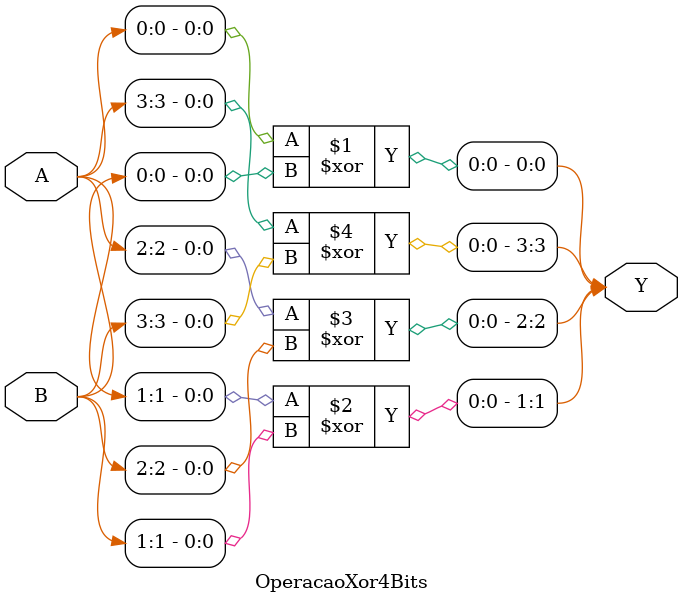
<source format=v>
module OperacaoXor4Bits(
    input [3:0] A,
    input [3:0] B,
    output [3:0] Y
);
	 xor Xor0(Y[0], A[0], B[0]);
    xor Xor1(Y[1], A[1], B[1]);
    xor Xor2(Y[2], A[2], B[2]);
    xor Xor3(Y[3], A[3], B[3]);
endmodule
</source>
